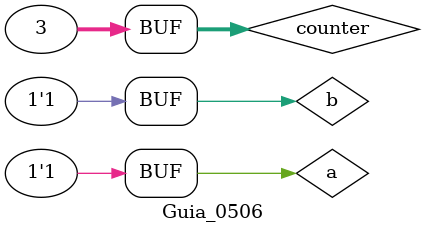
<source format=v>

module QUESTAO(output s2, input a, input b); // a XOR b => (a NAND b') NAND (a' NAND b)
	wire na, nb, ex1, ex2;
	nand nota(na, a, a);
	nand notb(nb, b, b);
	nand exp1(ex1, a, nb);
	nand exp2(ex2, na, b);
	nand expF(s2, ex1, ex2);
endmodule

module Guia_0506;

	integer counter;
	reg a, b;
	wire s;
	QUESTAO nd(.s2(s), .a(a), .b(b));

	initial begin:main;
		a=0; b=0; counter = 0;
		$display("Guia_05 - Questao 6");
		$display("Tabela verdade da expressao a^b");
		$display("m | a b | s");
		$monitor("%0d | %b %b | %b", counter, a,b,s);
#1 b=1; counter++;
#1 b=0; a=1; counter++;
#1 b=1; counter++;
	end
endmodule

</source>
